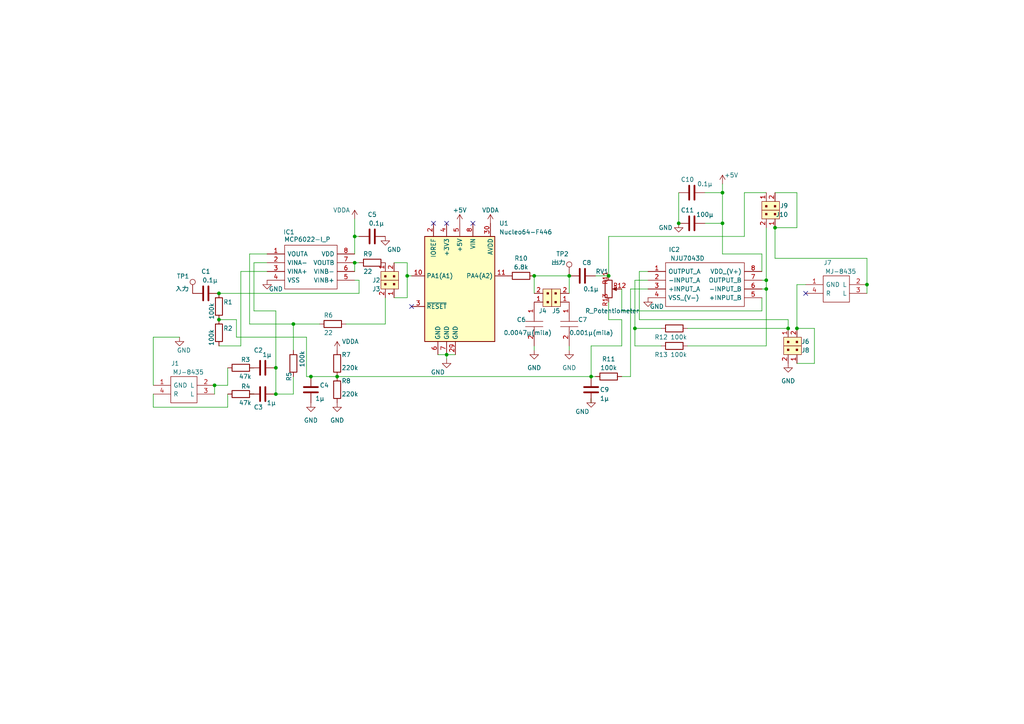
<source format=kicad_sch>
(kicad_sch (version 20211123) (generator eeschema)
  (paper "A4")
  (lib_symbols
    (symbol "Connector:TestPoint" (pin_numbers hide) (pin_names (offset 0.762) hide)
      (property "Reference" "TP" (at 0 6.858 0))
      (property "Value" "TestPoint" (at 0 5.08 0))
      (symbol "TestPoint_0_1"
        (circle (center 0 3.302) (radius 0.762))
      )
      (symbol "TestPoint_1_1"
        (pin passive line (at 0 0 90) (length 2.54) (name "1") (number "1"))
      )
    )
    (symbol "Device:C" (pin_numbers hide) (pin_names (offset 0.254))
      (property "Reference" "C" (at 0.635 2.54 0))
      (property "Value" "C" (at 0.635 -2.54 0))
      (symbol "C_0_1"
        (polyline (pts (xy -2.032 -0.762) (xy 2.032 -0.762)) (stroke (width 0.508)))
        (polyline (pts (xy -2.032 0.762) (xy 2.032 0.762)) (stroke (width 0.508)))
      )
      (symbol "C_1_1"
        (pin passive line (at 0 3.81 270) (length 2.794) (name "~") (number "1"))
        (pin passive line (at 0 -3.81 90) (length 2.794) (name "~") (number "2"))
      )
    )
    (symbol "Device:R" (pin_numbers hide) (pin_names (offset 0))
      (property "Reference" "R" (at 2.032 0 90))
      (property "Value" "R" (at 0 0 90))
      (symbol "R_0_1"
        (rectangle (start -1.016 -2.54) (end 1.016 2.54) (stroke (width 0.254)))
      )
      (symbol "R_1_1"
        (pin passive line (at 0 3.81 270) (length 1.27) (name "~") (number "1"))
        (pin passive line (at 0 -3.81 90) (length 1.27) (name "~") (number "2"))
      )
    )
    (symbol "Device:R_Potentiometer" (pin_names (offset 1.016) hide)
      (property "Reference" "RV1" (at 0 5.08 0))
      (property "Value" "R_Potentiometer" (at 8.89 -6.35 0))
      (symbol "R_Potentiometer_0_1"
        (polyline (pts (xy 2.54 0) (xy 1.524 0)))
        (polyline (pts (xy 1.143 0) (xy 2.286 0.508) (xy 2.286 -0.508) (xy 1.143 0)) (fill (type outline)))
        (rectangle (start 1.016 2.54) (end -1.016 -2.54) (stroke (width 0.254)))
      )
      (symbol "R_Potentiometer_1_1"
        (pin passive line (at 0 3.81 270) (length 1.27) (name "1") (number "R11"))
        (pin passive line (at 3.81 0 180) (length 1.27) (name "2") (number "R12"))
        (pin passive line (at 0 -3.81 90) (length 1.27) (name "3") (number "R13"))
      )
    )
    (symbol "SamacSys_Parts:ECQUBAF332MA" (pin_names (offset 0.762))
      (property "Reference" "C" (at 8.89 6.35 0))
      (property "Value" "ECQUBAF332MA" (at 8.89 3.81 0))
      (symbol "ECQUBAF332MA_0_0"
        (pin passive line (at 0 0 0) (length 5.08) (name "~") (number "1"))
        (pin passive line (at 12.7 0 180) (length 5.08) (name "~") (number "2"))
      )
      (symbol "ECQUBAF332MA_0_1"
        (polyline (pts (xy 5.08 0) (xy 5.588 0)) (stroke (width 0.1524)))
        (polyline (pts (xy 5.588 2.54) (xy 5.588 -2.54)) (stroke (width 0.1524)))
        (polyline (pts (xy 7.112 0) (xy 7.62 0)) (stroke (width 0.1524)))
        (polyline (pts (xy 7.112 2.54) (xy 7.112 -2.54)) (stroke (width 0.1524)))
      )
    )
    (symbol "SamacSys_Parts:MCP6022-I_P" (pin_names (offset 0.762))
      (property "Reference" "IC1" (at 15.24 7.62 0))
      (property "Value" "MCP6022-I_P" (at 15.24 5.08 0))
      (symbol "MCP6022-I_P_0_0"
        (pin passive line (at 5.08 0 0) (length 5.08) (name "VOUTA") (number "1"))
        (pin passive line (at 5.08 -2.54 0) (length 5.08) (name "VINA-") (number "2"))
        (pin passive line (at 5.08 -5.08 0) (length 5.08) (name "VINA+") (number "3"))
        (pin passive line (at 5.08 -7.62 0) (length 5.08) (name "VSS") (number "4"))
        (pin passive line (at 30.48 -7.62 180) (length 5.08) (name "VINB+") (number "5"))
        (pin passive line (at 30.48 -5.08 180) (length 5.08) (name "VINB-") (number "6"))
        (pin passive line (at 30.48 -2.54 180) (length 5.08) (name "VOUTB") (number "7"))
        (pin passive line (at 30.48 0 180) (length 5.08) (name "VDD") (number "8"))
      )
      (symbol "MCP6022-I_P_0_1"
        (polyline (pts (xy 10.16 2.54) (xy 25.4 2.54) (xy 25.4 -10.16) (xy 10.16 -10.16) (xy 10.16 2.54)) (stroke (width 0.1524)))
      )
    )
    (symbol "SamacSys_Parts:MJ-8435" (pin_names (offset 0.762))
      (property "Reference" "J?" (at 11.43 7.62 0))
      (property "Value" "MJ-8435" (at 15.24 3.81 0))
      (symbol "MJ-8435_0_0"
        (pin passive line (at 5.08 0 0) (length 5.08) (name "GND") (number "1"))
        (pin passive line (at 22.86 0 180) (length 5.08) (name "L") (number "2"))
        (pin passive line (at 22.86 -2.54 180) (length 5.08) (name "L") (number "3"))
        (pin passive line (at 5.08 -2.54 0) (length 5.08) (name "R") (number "4"))
      )
      (symbol "MJ-8435_0_1"
        (polyline (pts (xy 10.16 2.54) (xy 17.78 2.54) (xy 17.78 -5.08) (xy 10.16 -5.08) (xy 10.16 2.54)) (stroke (width 0.1524)))
      )
    )
    (symbol "SamacSys_Parts:NJU7043D" (pin_names (offset 0.762))
      (property "Reference" "IC2" (at 7.62 6.35 0))
      (property "Value" "NJU7043D" (at 11.43 3.81 0))
      (symbol "NJU7043D_0_0"
        (pin passive line (at 0 0 0) (length 5.08) (name "OUTPUT_A") (number "1"))
        (pin passive line (at 0 -2.54 0) (length 5.08) (name "-INPUT_A") (number "2"))
        (pin passive line (at 0 -5.08 0) (length 5.08) (name "+INPUT_A") (number "3"))
        (pin passive line (at 0 -7.62 0) (length 5.08) (name "VSS_(V-)") (number "4"))
        (pin passive line (at 33.02 -7.62 180) (length 5.08) (name "+INPUT_B") (number "5"))
        (pin passive line (at 33.02 -5.08 180) (length 5.08) (name "-INPUT_B") (number "6"))
        (pin passive line (at 33.02 -2.54 180) (length 5.08) (name "OUTPUT_B") (number "7"))
        (pin passive line (at 33.02 0 180) (length 5.08) (name "VDD_(V+)") (number "8"))
      )
      (symbol "NJU7043D_0_1"
        (polyline (pts (xy 5.08 2.54) (xy 27.94 2.54) (xy 27.94 -10.16) (xy 5.08 -10.16) (xy 5.08 2.54)) (stroke (width 0.1524)))
      )
    )
    (symbol "dk_Rectangular-Connectors-Headers-Male-Pins:22-23-2021" (pin_names (offset 1.016))
      (property "Reference" "J" (at -2.54 1.27 0))
      (property "Value" "22-23-2021" (at 1.27 -3.81 0))
      (symbol "22-23-2021_1_1"
        (rectangle (start -1.27 0) (end 3.81 -2.54) (fill (type background)))
        (rectangle (start -0.254 -1.143) (end 0.254 -1.651) (fill (type outline)))
        (rectangle (start 2.286 -1.143) (end 2.794 -1.651) (fill (type outline)))
        (pin passive line (at 0 2.54 270) (length 2.54) (name "~") (number "1"))
        (pin passive line (at 2.54 2.54 270) (length 2.54) (name "~") (number "2"))
      )
    )
    (symbol "my_Library:Nucleo64-F446"
      (property "Reference" "U1" (at -1.27 50.8 0))
      (property "Value" "Nucleo64-F446" (at -1.27 48.26 0))
      (symbol "Nucleo64-F446_0_1"
        (rectangle (start -22.86 46.99) (end -2.54 16.51) (stroke (width 0.254)) (fill (type background)))
      )
      (symbol "Nucleo64-F446_1_1"
        (pin bidirectional line (at -26.67 35.56 0) (length 3.81) (name "PA1(A1)") (number "10"))
        (pin bidirectional line (at 1.27 35.56 180) (length 3.81) (name "PA4(A2)") (number "11"))
        (pin passive line (at -20.32 50.8 270) (length 3.81) (name "IOREF") (number "2"))
        (pin free line (at -13.97 12.7 90) (length 3.81) (name "GND") (number "29"))
        (pin input line (at -26.67 26.67 0) (length 3.81) (name "~{RESET}") (number "3"))
        (pin power_in line (at -3.81 50.8 270) (length 3.81) (name "AVDD") (number "30"))
        (pin free line (at -16.51 50.8 270) (length 3.81) (name "+3V3") (number "4"))
        (pin free line (at -12.7 50.8 270) (length 3.81) (name "+5V") (number "5"))
        (pin free line (at -19.05 12.7 90) (length 3.81) (name "GND") (number "6"))
        (pin free line (at -16.51 12.7 90) (length 3.81) (name "GND") (number "7"))
        (pin power_in line (at -8.89 50.8 270) (length 3.81) (name "VIN") (number "8"))
      )
    )
    (symbol "power:+5V" (power) (pin_names (offset 0))
      (property "Value" "+5V" (at 0 3.556 0))
      (symbol "+5V_0_1"
        (polyline (pts (xy -0.762 1.27) (xy 0 2.54)))
        (polyline (pts (xy 0 0) (xy 0 2.54)))
        (polyline (pts (xy 0 2.54) (xy 0.762 1.27)))
      )
      (symbol "+5V_1_1"
        (pin power_in line (at 0 0 90) (length 0) hide (name "+5V") (number "1"))
      )
    )
    (symbol "power:GND" (power) (pin_names (offset 0))
      (property "Value" "GND" (at 0 -3.81 0))
      (symbol "GND_0_1"
        (polyline (pts (xy 0 0) (xy 0 -1.27) (xy 1.27 -1.27) (xy 0 -2.54) (xy -1.27 -1.27) (xy 0 -1.27)))
      )
      (symbol "GND_1_1"
        (pin power_in line (at 0 0 270) (length 0) hide (name "GND") (number "1"))
      )
    )
    (symbol "power:VDDA" (power) (pin_names (offset 0))
      (property "Value" "VDDA" (at 0 3.81 0))
      (symbol "VDDA_0_1"
        (polyline (pts (xy -0.762 1.27) (xy 0 2.54)))
        (polyline (pts (xy 0 0) (xy 0 2.54)))
        (polyline (pts (xy 0 2.54) (xy 0.762 1.27)))
      )
      (symbol "VDDA_1_1"
        (pin power_in line (at 0 0 90) (length 0) hide (name "VDDA") (number "1"))
      )
    )
  )
  (junction (at 129.54 102.87))
  (junction (at 102.87 68.58))
  (junction (at 154.94 80.01))
  (junction (at 209.55 55.88))
  (junction (at 97.79 109.22))
  (junction (at 228.6 95.25))
  (junction (at 80.01 106.68))
  (junction (at 165.1 80.01))
  (junction (at 184.15 95.25))
  (junction (at 63.5 92.71))
  (junction (at 222.25 83.82))
  (junction (at 90.17 109.22))
  (junction (at 118.11 80.01))
  (junction (at 224.79 66.04))
  (junction (at 85.09 93.98))
  (junction (at 171.45 109.22))
  (junction (at 176.53 80.01))
  (junction (at 231.14 95.25))
  (junction (at 209.55 64.77))
  (junction (at 102.87 76.2))
  (junction (at 222.25 81.28))
  (junction (at 80.01 114.3))
  (junction (at 251.46 82.55))
  (junction (at 63.5 85.09))
  (junction (at 196.85 64.77))
  (junction (at 62.23 111.76))
  (no_connect (at 233.68 85.09))
  (no_connect (at 119.38 88.9))
  (no_connect (at 129.54 64.77))
  (no_connect (at 125.73 64.77))
  (no_connect (at 137.16 64.77))
  (wire (pts (xy 236.22 95.25) (xy 236.22 105.41)))
  (wire (pts (xy 102.87 78.74) (xy 102.87 76.2)))
  (wire (pts (xy 228.6 92.71) (xy 185.42 92.71)))
  (wire (pts (xy 220.98 90.17) (xy 220.98 86.36)))
  (wire (pts (xy 215.9 55.88) (xy 215.9 68.58)))
  (wire (pts (xy 220.98 83.82) (xy 222.25 83.82)))
  (wire (pts (xy 44.45 114.3) (xy 44.45 118.11)))
  (wire (pts (xy 129.54 102.87) (xy 129.54 104.14)))
  (wire (pts (xy 204.47 55.88) (xy 209.55 55.88)))
  (wire (pts (xy 199.39 100.33) (xy 222.25 100.33)))
  (wire (pts (xy 154.94 80.01) (xy 154.94 85.09)))
  (wire (pts (xy 231.14 95.25) (xy 236.22 95.25)))
  (wire (pts (xy 171.45 100.33) (xy 171.45 109.22)))
  (wire (pts (xy 224.79 66.04) (xy 224.79 74.93)))
  (wire (pts (xy 176.53 92.71) (xy 180.34 92.71)))
  (wire (pts (xy 180.34 109.22) (xy 182.88 109.22)))
  (wire (pts (xy 68.58 97.79) (xy 88.9 97.79)))
  (wire (pts (xy 185.42 92.71) (xy 185.42 78.74)))
  (wire (pts (xy 73.66 76.2) (xy 77.47 76.2)))
  (wire (pts (xy 68.58 92.71) (xy 68.58 97.79)))
  (wire (pts (xy 118.11 80.01) (xy 119.38 80.01)))
  (wire (pts (xy 80.01 106.68) (xy 80.01 90.17)))
  (wire (pts (xy 196.85 55.88) (xy 196.85 64.77)))
  (wire (pts (xy 97.79 109.22) (xy 171.45 109.22)))
  (wire (pts (xy 111.76 93.98) (xy 111.76 86.36)))
  (wire (pts (xy 228.6 95.25) (xy 228.6 92.71)))
  (wire (pts (xy 184.15 100.33) (xy 191.77 100.33)))
  (wire (pts (xy 184.15 95.25) (xy 184.15 100.33)))
  (wire (pts (xy 209.55 55.88) (xy 209.55 64.77)))
  (wire (pts (xy 180.34 92.71) (xy 180.34 100.33)))
  (wire (pts (xy 199.39 95.25) (xy 228.6 95.25)))
  (wire (pts (xy 114.3 86.36) (xy 118.11 86.36)))
  (wire (pts (xy 222.25 66.04) (xy 222.25 81.28)))
  (wire (pts (xy 66.04 111.76) (xy 62.23 111.76)))
  (wire (pts (xy 69.85 100.33) (xy 69.85 78.74)))
  (wire (pts (xy 44.45 118.11) (xy 66.04 118.11)))
  (wire (pts (xy 209.55 73.66) (xy 220.98 73.66)))
  (wire (pts (xy 171.45 115.57) (xy 171.45 116.84)))
  (wire (pts (xy 222.25 100.33) (xy 222.25 83.82)))
  (wire (pts (xy 102.87 76.2) (xy 104.14 76.2)))
  (wire (pts (xy 77.47 73.66) (xy 72.39 73.66)))
  (wire (pts (xy 66.04 106.68) (xy 66.04 111.76)))
  (wire (pts (xy 118.11 76.2) (xy 118.11 80.01)))
  (wire (pts (xy 88.9 97.79) (xy 88.9 109.22)))
  (wire (pts (xy 154.94 101.6) (xy 154.94 100.33)))
  (wire (pts (xy 165.1 101.6) (xy 165.1 100.33)))
  (wire (pts (xy 72.39 93.98) (xy 85.09 93.98)))
  (wire (pts (xy 72.39 73.66) (xy 72.39 93.98)))
  (wire (pts (xy 180.34 100.33) (xy 171.45 100.33)))
  (wire (pts (xy 180.34 90.17) (xy 220.98 90.17)))
  (wire (pts (xy 154.94 80.01) (xy 165.1 80.01)))
  (wire (pts (xy 44.45 97.79) (xy 44.45 111.76)))
  (wire (pts (xy 172.72 80.01) (xy 176.53 80.01)))
  (wire (pts (xy 85.09 93.98) (xy 92.71 93.98)))
  (wire (pts (xy 118.11 80.01) (xy 118.11 86.36)))
  (wire (pts (xy 209.55 64.77) (xy 209.55 73.66)))
  (wire (pts (xy 69.85 78.74) (xy 77.47 78.74)))
  (wire (pts (xy 66.04 118.11) (xy 66.04 114.3)))
  (wire (pts (xy 102.87 63.5) (xy 102.87 68.58)))
  (wire (pts (xy 73.66 106.68) (xy 72.39 106.68)))
  (wire (pts (xy 251.46 82.55) (xy 251.46 85.09)))
  (wire (pts (xy 80.01 90.17) (xy 73.66 90.17)))
  (wire (pts (xy 114.3 76.2) (xy 118.11 76.2)))
  (wire (pts (xy 176.53 68.58) (xy 215.9 68.58)))
  (wire (pts (xy 100.33 93.98) (xy 111.76 93.98)))
  (wire (pts (xy 44.45 97.79) (xy 52.07 97.79)))
  (wire (pts (xy 231.14 55.88) (xy 231.14 66.04)))
  (wire (pts (xy 73.66 114.3) (xy 72.39 114.3)))
  (wire (pts (xy 102.87 68.58) (xy 102.87 73.66)))
  (wire (pts (xy 62.23 111.76) (xy 62.23 114.3)))
  (wire (pts (xy 73.66 90.17) (xy 73.66 76.2)))
  (wire (pts (xy 220.98 81.28) (xy 222.25 81.28)))
  (wire (pts (xy 90.17 109.22) (xy 97.79 109.22)))
  (wire (pts (xy 184.15 81.28) (xy 184.15 95.25)))
  (wire (pts (xy 85.09 93.98) (xy 85.09 101.6)))
  (wire (pts (xy 176.53 87.63) (xy 176.53 92.71)))
  (wire (pts (xy 231.14 82.55) (xy 233.68 82.55)))
  (wire (pts (xy 182.88 83.82) (xy 182.88 109.22)))
  (wire (pts (xy 165.1 80.01) (xy 165.1 85.09)))
  (wire (pts (xy 224.79 55.88) (xy 231.14 55.88)))
  (wire (pts (xy 171.45 109.22) (xy 172.72 109.22)))
  (wire (pts (xy 231.14 105.41) (xy 236.22 105.41)))
  (wire (pts (xy 104.14 81.28) (xy 104.14 85.09)))
  (wire (pts (xy 85.09 109.22) (xy 85.09 114.3)))
  (wire (pts (xy 231.14 82.55) (xy 231.14 95.25)))
  (wire (pts (xy 180.34 83.82) (xy 180.34 90.17)))
  (wire (pts (xy 209.55 53.34) (xy 209.55 55.88)))
  (wire (pts (xy 220.98 78.74) (xy 220.98 73.66)))
  (wire (pts (xy 88.9 109.22) (xy 90.17 109.22)))
  (wire (pts (xy 63.5 92.71) (xy 68.58 92.71)))
  (wire (pts (xy 224.79 74.93) (xy 251.46 74.93)))
  (wire (pts (xy 215.9 55.88) (xy 222.25 55.88)))
  (wire (pts (xy 176.53 80.01) (xy 176.53 68.58)))
  (wire (pts (xy 102.87 81.28) (xy 104.14 81.28)))
  (wire (pts (xy 204.47 64.77) (xy 209.55 64.77)))
  (wire (pts (xy 80.01 114.3) (xy 85.09 114.3)))
  (wire (pts (xy 63.5 85.09) (xy 104.14 85.09)))
  (wire (pts (xy 129.54 102.87) (xy 132.08 102.87)))
  (wire (pts (xy 63.5 100.33) (xy 69.85 100.33)))
  (wire (pts (xy 102.87 68.58) (xy 104.14 68.58)))
  (wire (pts (xy 222.25 83.82) (xy 222.25 81.28)))
  (wire (pts (xy 184.15 95.25) (xy 191.77 95.25)))
  (wire (pts (xy 80.01 106.68) (xy 80.01 114.3)))
  (wire (pts (xy 127 102.87) (xy 129.54 102.87)))
  (wire (pts (xy 185.42 78.74) (xy 187.96 78.74)))
  (wire (pts (xy 251.46 74.93) (xy 251.46 82.55)))
  (wire (pts (xy 182.88 83.82) (xy 187.96 83.82)))
  (wire (pts (xy 187.96 81.28) (xy 184.15 81.28)))
  (wire (pts (xy 224.79 66.04) (xy 231.14 66.04)))
  (symbol (lib_id "Device:R") (at 69.85 114.3 90) (unit 1)
    (property "Reference" "R4" (at 71.2946 112.0668 90))
    (property "Value" "47k" (at 71.12 116.84 90))
    (property "Footprint" "Resistor_THT:R_Axial_DIN0207_L6.3mm_D2.5mm_P7.62mm_Horizontal" (effects hide))
  )
  (symbol (lib_id "SamacSys_Parts:MJ-8435") (at 228.6 82.55 0) (unit 1)
    (property "Reference" "J7" (at 240.03 76.2 0))
    (property "Value" "MJ-8435" (at 243.84 78.74 0))
    (property "Footprint" "RScomponents:MJ-8435" (effects hide))
    (property "Datasheet" "http://akizukidenshi.com/download/ds/marushin/mj8435.pdf" (effects hide))
    (property "Description" "3.5 earphone jack" (effects hide))
    (property "Manufacturer_Name" "Marushin Electric" (effects hide))
    (property "Manufacturer_Part_Number" "MJ-8435" (effects hide))
  )
  (symbol (lib_id "power:GND") (at 97.79 116.84 0) (unit 1)
    (property "Reference" "#PWR05" (effects hide))
    (property "Value" "GND" (at 97.79 121.92 0))
  )
  (symbol (lib_id "power:GND") (at 165.1 101.6 0) (unit 1)
    (property "Reference" "#PWR011" (effects hide))
    (property "Value" "GND" (at 165.1 106.68 0))
  )
  (symbol (lib_id "SamacSys_Parts:MCP6022-I_P") (at 72.39 73.66 0) (unit 1)
    (property "Reference" "IC1" (at 83.82 67.31 0))
    (property "Value" "MCP6022-I_P" (at 89.1478 69.4418 0))
    (property "Footprint" "RScomponents:DIP794W56P254L946H432Q8N" (effects hide))
    (property "Datasheet" "http://uk.rs-online.com/web/p/products/0403064" (effects hide))
    (property "Description" "Microchip MCP6022-I/P, Dual Op Amp, 10MHz Rail-Rail, 8-Pin PDIP" (effects hide))
    (property "Height" "4.32" (effects hide))
    (property "RS Part Number" "0403064" (effects hide))
    (property "RS Price/Stock" "http://uk.rs-online.com/web/p/products/0403064" (effects hide))
    (property "Manufacturer_Name" "Microchip" (effects hide))
    (property "Manufacturer_Part_Number" "MCP6022-I/P" (effects hide))
    (property "Allied_Number" "70046679" (effects hide))
  )
  (symbol (lib_id "power:VDDA") (at 97.79 101.6 0) (unit 1)
    (property "Reference" "#PWR04" (effects hide))
    (property "Value" "VDDA" (at 101.6 99.06 0))
  )
  (symbol (lib_id "Device:R") (at 195.58 100.33 270) (unit 1)
    (property "Reference" "R13" (at 191.77 102.87 90))
    (property "Value" "100k" (at 196.85 102.87 90))
    (property "Footprint" "Resistor_THT:R_Axial_DIN0207_L6.3mm_D2.5mm_P7.62mm_Horizontal" (effects hide))
  )
  (symbol (lib_id "Connector:TestPoint") (at 55.88 85.09 0) (unit 1)
    (property "Reference" "TP1" (at 51.2426 80.1349 0) (effects (justify left)))
    (property "Value" "入力" (at 50.8 83.82 0) (effects (justify left)))
    (property "Footprint" "TestPoint:TestPoint_Loop_D2.50mm_Drill1.0mm" (effects hide))
  )
  (symbol (lib_id "dk_Rectangular-Connectors-Headers-Male-Pins:22-23-2021") (at 222.25 58.42 0) (unit 1)
    (property "Reference" "J9" (at 228.6 59.69 0) (effects (justify right)))
    (property "Value" "22-23-2021" (effects hide))
    (property "Footprint" "digikey-footprints:PinHeader_1x2_P2.54mm_Drill1.02mm" (effects hide))
    (property "Datasheet" "https://media.digikey.com/pdf/Data%20Sheets/Molex%20PDFs/A-6373-N_Series_Dwg_2010-12-03.pdf" (effects hide))
    (property "Digi-Key_PN" "WM4200-ND" (effects hide))
    (property "MPN" "22-23-2021" (effects hide))
    (property "Category" "Connectors, Interconnects" (effects hide))
    (property "Family" "Rectangular Connectors - Headers, Male Pins" (effects hide))
    (property "DK_Datasheet_Link" "https://media.digikey.com/pdf/Data%20Sheets/Molex%20PDFs/A-6373-N_Series_Dwg_2010-12-03.pdf" (effects hide))
    (property "DK_Detail_Page" "/product-detail/en/molex/22-23-2021/WM4200-ND/26667" (effects hide))
    (property "Description" "CONN HEADER VERT 2POS 2.54MM" (effects hide))
    (property "Manufacturer" "Molex" (effects hide))
    (property "Status" "Active" (effects hide))
  )
  (symbol (lib_id "Device:C") (at 168.91 80.01 90) (unit 1)
    (property "Reference" "C8" (at 170.18 76.2 90))
    (property "Value" "0.1μ" (at 171.45 83.82 90))
    (property "Footprint" "Capacitor_THT:C_Disc_D4.7mm_W2.5mm_P5.00mm" (effects hide))
  )
  (symbol (lib_id "Device:C") (at 200.66 55.88 90) (unit 1)
    (property "Reference" "C10" (at 199.39 52.07 90))
    (property "Value" "0.1μ" (at 204.47 53.34 90))
    (property "Footprint" "Capacitor_THT:C_Disc_D4.7mm_W2.5mm_P5.00mm" (effects hide))
  )
  (symbol (lib_id "dk_Rectangular-Connectors-Headers-Male-Pins:22-23-2021") (at 224.79 63.5 180) (unit 1)
    (property "Reference" "J10" (at 228.6 62.23 0) (effects (justify left)))
    (property "Value" "22-23-2021" (effects hide))
    (property "Footprint" "digikey-footprints:PinHeader_1x2_P2.54mm_Drill1.02mm" (effects hide))
    (property "Datasheet" "https://media.digikey.com/pdf/Data%20Sheets/Molex%20PDFs/A-6373-N_Series_Dwg_2010-12-03.pdf" (effects hide))
    (property "Digi-Key_PN" "WM4200-ND" (effects hide))
    (property "MPN" "22-23-2021" (effects hide))
    (property "Category" "Connectors, Interconnects" (effects hide))
    (property "Family" "Rectangular Connectors - Headers, Male Pins" (effects hide))
    (property "DK_Datasheet_Link" "https://media.digikey.com/pdf/Data%20Sheets/Molex%20PDFs/A-6373-N_Series_Dwg_2010-12-03.pdf" (effects hide))
    (property "DK_Detail_Page" "/product-detail/en/molex/22-23-2021/WM4200-ND/26667" (effects hide))
    (property "Description" "CONN HEADER VERT 2POS 2.54MM" (effects hide))
    (property "Manufacturer" "Molex" (effects hide))
    (property "Status" "Active" (effects hide))
  )
  (symbol (lib_id "Device:R") (at 176.53 109.22 90) (unit 1)
    (property "Reference" "R11" (at 176.53 104.14 90))
    (property "Value" "100k" (at 176.53 106.68 90))
    (property "Footprint" "Resistor_THT:R_Axial_DIN0207_L6.3mm_D2.5mm_P7.62mm_Horizontal" (effects hide))
  )
  (symbol (lib_id "SamacSys_Parts:ECQUBAF332MA") (at 165.1 87.63 270) (unit 1)
    (property "Reference" "C7" (at 167.64 92.71 90) (effects (justify left)))
    (property "Value" "0.001μ(mila)" (at 165.1 96.52 90) (effects (justify left)))
    (property "Footprint" "RScomponents:ECQUBAF332MA" (effects hide))
    (property "Datasheet" "https://industrial.panasonic.com/cdbs/www-data/pdf/RDI0000/ast-ind-127757.pdf" (effects hide))
    (property "Description" "Metallized Polypropylene Film Capacitor MPP, 0.0033uF +/-20%, 300V, -40 to 110C, (15.3X5X11.5)" (effects hide))
    (property "Height" "12" (effects hide))
    (property "Manufacturer_Name" "Panasonic" (effects hide))
    (property "Manufacturer_Part_Number" "ECQUBAF332MA" (effects hide))
  )
  (symbol (lib_id "Device:R_Potentiometer") (at 176.53 83.82 0) (unit 1)
    (property "Reference" "RV1" (at 176.53 78.74 0) (effects (justify right)))
    (property "Value" "R_Potentiometer" (at 185.42 90.17 0) (effects (justify right)))
    (property "Footprint" "RScomponents:RK097221004C" (effects hide))
  )
  (symbol (lib_id "Device:R") (at 63.5 88.9 0) (unit 1)
    (property "Reference" "R1" (at 64.77 87.63 0) (effects (justify left)))
    (property "Value" "100k" (at 61.3735 92.695 90) (effects (justify left)))
    (property "Footprint" "Resistor_THT:R_Axial_DIN0207_L6.3mm_D2.5mm_P7.62mm_Horizontal" (effects hide))
  )
  (symbol (lib_id "Device:C") (at 76.2 106.68 90) (unit 1)
    (property "Reference" "C2" (at 74.93 101.6 90))
    (property "Value" "1μ" (at 77.47 102.87 90))
    (property "Footprint" "Capacitor_THT:C_Disc_D4.7mm_W2.5mm_P5.00mm" (effects hide))
  )
  (symbol (lib_id "Device:R") (at 63.5 96.52 0) (unit 1)
    (property "Reference" "R2" (at 64.77 95.25 0) (effects (justify left)))
    (property "Value" "100k" (at 61.3218 100.3449 90) (effects (justify left)))
    (property "Footprint" "Resistor_THT:R_Axial_DIN0207_L6.3mm_D2.5mm_P7.62mm_Horizontal" (effects hide))
  )
  (symbol (lib_id "power:GND") (at 77.47 81.28 0) (unit 1)
    (property "Reference" "#PWR02" (effects hide))
    (property "Value" "GND" (at 80.01 83.82 0))
  )
  (symbol (lib_id "Device:R") (at 151.13 80.01 90) (unit 1)
    (property "Reference" "R10" (at 151.13 74.93 90))
    (property "Value" "6.8k" (at 151.13 77.47 90))
    (property "Footprint" "Resistor_THT:R_Axial_DIN0207_L6.3mm_D2.5mm_P7.62mm_Horizontal" (effects hide))
  )
  (symbol (lib_id "SamacSys_Parts:ECQUBAF332MA") (at 154.94 87.63 270) (unit 1)
    (property "Reference" "C6" (at 149.86 92.71 90) (effects (justify left)))
    (property "Value" "0.0047μ(mila)" (at 146.05 96.52 90) (effects (justify left)))
    (property "Footprint" "RScomponents:ECQUBAF332MA" (effects hide))
    (property "Datasheet" "https://industrial.panasonic.com/cdbs/www-data/pdf/RDI0000/ast-ind-127757.pdf" (effects hide))
    (property "Description" "Metallized Polypropylene Film Capacitor MPP, 0.0033uF +/-20%, 300V, -40 to 110C, (15.3X5X11.5)" (effects hide))
    (property "Height" "12" (effects hide))
    (property "Manufacturer_Name" "Panasonic" (effects hide))
    (property "Manufacturer_Part_Number" "ECQUBAF332MA" (effects hide))
  )
  (symbol (lib_id "SamacSys_Parts:MJ-8435") (at 39.37 111.76 0) (unit 1)
    (property "Reference" "J1" (at 50.8 105.41 0))
    (property "Value" "MJ-8435" (at 54.61 107.95 0))
    (property "Footprint" "RScomponents:MJ-8435" (effects hide))
    (property "Datasheet" "http://akizukidenshi.com/download/ds/marushin/mj8435.pdf" (effects hide))
    (property "Description" "3.5 earphone jack" (effects hide))
    (property "Manufacturer_Name" "Marushin Electric" (effects hide))
    (property "Manufacturer_Part_Number" "MJ-8435" (effects hide))
  )
  (symbol (lib_id "power:VDDA") (at 102.87 63.5 0) (unit 1)
    (property "Reference" "#PWR06" (effects hide))
    (property "Value" "VDDA" (at 99.06 60.96 0))
  )
  (symbol (lib_id "power:+5V") (at 133.35 64.77 0) (unit 1)
    (property "Reference" "#PWR0101" (effects hide))
    (property "Value" "+5V" (at 133.35 60.96 0))
  )
  (symbol (lib_id "power:GND") (at 90.17 116.84 0) (unit 1)
    (property "Reference" "#PWR03" (effects hide))
    (property "Value" "GND" (at 90.17 121.92 0))
  )
  (symbol (lib_id "SamacSys_Parts:NJU7043D") (at 187.96 78.74 0) (unit 1)
    (property "Reference" "IC2" (at 195.58 72.39 0))
    (property "Value" "NJU7043D" (at 199.39 74.93 0))
    (property "Footprint" "RScomponents:DIP762W56P254L880H425Q8N" (effects hide))
    (property "Datasheet" "https://datasheet.datasheetarchive.com/originals/distributors/Datasheets-306/92709.pdf" (effects hide))
    (property "Description" "High Output Current, Rail-to-Rail Input/Output Dual CMOS Operational Amplifier, DIP-8" (effects hide))
    (property "Height" "4.25" (effects hide))
    (property "Manufacturer_Name" "New Japan Radio" (effects hide))
    (property "Manufacturer_Part_Number" "NJU7043D" (effects hide))
    (property "Mouser Part Number" "513-NJU7043D" (effects hide))
    (property "Mouser Price/Stock" "https://www.mouser.co.uk/ProductDetail/NJR/NJU7043D?qs=tXB9JzUoRomD8LXEV8YVKw%3D%3D" (effects hide))
  )
  (symbol (lib_id "power:GND") (at 129.54 104.14 0) (unit 1)
    (property "Reference" "#PWR08" (effects hide))
    (property "Value" "GND" (at 127 107.95 0))
  )
  (symbol (lib_id "dk_Rectangular-Connectors-Headers-Male-Pins:22-23-2021") (at 111.76 78.74 0) (unit 1)
    (property "Reference" "J2" (at 107.95 81.28 0) (effects (justify left)))
    (property "Value" "22-23-2021" (effects hide))
    (property "Footprint" "digikey-footprints:PinHeader_1x2_P2.54mm_Drill1.02mm" (effects hide))
    (property "Datasheet" "https://media.digikey.com/pdf/Data%20Sheets/Molex%20PDFs/A-6373-N_Series_Dwg_2010-12-03.pdf" (effects hide))
    (property "Digi-Key_PN" "WM4200-ND" (effects hide))
    (property "MPN" "22-23-2021" (effects hide))
    (property "Category" "Connectors, Interconnects" (effects hide))
    (property "Family" "Rectangular Connectors - Headers, Male Pins" (effects hide))
    (property "DK_Datasheet_Link" "https://media.digikey.com/pdf/Data%20Sheets/Molex%20PDFs/A-6373-N_Series_Dwg_2010-12-03.pdf" (effects hide))
    (property "DK_Detail_Page" "/product-detail/en/molex/22-23-2021/WM4200-ND/26667" (effects hide))
    (property "Description" "CONN HEADER VERT 2POS 2.54MM" (effects hide))
    (property "Manufacturer" "Molex" (effects hide))
    (property "Status" "Active" (effects hide))
  )
  (symbol (lib_id "Device:R") (at 97.79 113.03 0) (unit 1)
    (property "Reference" "R8" (at 99.06 110.49 0) (effects (justify left)))
    (property "Value" "220k" (at 99.06 114.3 0) (effects (justify left)))
    (property "Footprint" "Resistor_THT:R_Axial_DIN0207_L6.3mm_D2.5mm_P7.62mm_Horizontal" (effects hide))
  )
  (symbol (lib_id "dk_Rectangular-Connectors-Headers-Male-Pins:22-23-2021") (at 162.56 87.63 270) (mirror x) (unit 1)
    (property "Reference" "J5" (at 161.29 90.17 90))
    (property "Value" "22-23-2021" (effects hide))
    (property "Footprint" "digikey-footprints:PinHeader_1x2_P2.54mm_Drill1.02mm" (effects hide))
    (property "Datasheet" "https://media.digikey.com/pdf/Data%20Sheets/Molex%20PDFs/A-6373-N_Series_Dwg_2010-12-03.pdf" (effects hide))
    (property "Digi-Key_PN" "WM4200-ND" (effects hide))
    (property "MPN" "22-23-2021" (effects hide))
    (property "Category" "Connectors, Interconnects" (effects hide))
    (property "Family" "Rectangular Connectors - Headers, Male Pins" (effects hide))
    (property "DK_Datasheet_Link" "https://media.digikey.com/pdf/Data%20Sheets/Molex%20PDFs/A-6373-N_Series_Dwg_2010-12-03.pdf" (effects hide))
    (property "DK_Detail_Page" "/product-detail/en/molex/22-23-2021/WM4200-ND/26667" (effects hide))
    (property "Description" "CONN HEADER VERT 2POS 2.54MM" (effects hide))
    (property "Manufacturer" "Molex" (effects hide))
    (property "Status" "Active" (effects hide))
  )
  (symbol (lib_id "dk_Rectangular-Connectors-Headers-Male-Pins:22-23-2021") (at 231.14 102.87 180) (unit 1)
    (property "Reference" "J8" (at 232.41 101.6 0) (effects (justify right)))
    (property "Value" "22-23-2021" (effects hide))
    (property "Footprint" "digikey-footprints:PinHeader_1x2_P2.54mm_Drill1.02mm" (effects hide))
    (property "Datasheet" "https://media.digikey.com/pdf/Data%20Sheets/Molex%20PDFs/A-6373-N_Series_Dwg_2010-12-03.pdf" (effects hide))
    (property "Digi-Key_PN" "WM4200-ND" (effects hide))
    (property "MPN" "22-23-2021" (effects hide))
    (property "Category" "Connectors, Interconnects" (effects hide))
    (property "Family" "Rectangular Connectors - Headers, Male Pins" (effects hide))
    (property "DK_Datasheet_Link" "https://media.digikey.com/pdf/Data%20Sheets/Molex%20PDFs/A-6373-N_Series_Dwg_2010-12-03.pdf" (effects hide))
    (property "DK_Detail_Page" "/product-detail/en/molex/22-23-2021/WM4200-ND/26667" (effects hide))
    (property "Description" "CONN HEADER VERT 2POS 2.54MM" (effects hide))
    (property "Manufacturer" "Molex" (effects hide))
    (property "Status" "Active" (effects hide))
  )
  (symbol (lib_id "Device:R") (at 69.85 106.68 90) (unit 1)
    (property "Reference" "R3" (at 71.217 104.3136 90))
    (property "Value" "47k" (at 71.12 109.22 90))
    (property "Footprint" "Resistor_THT:R_Axial_DIN0207_L6.3mm_D2.5mm_P7.62mm_Horizontal" (effects hide))
  )
  (symbol (lib_id "Device:C") (at 59.69 85.09 270) (unit 1)
    (property "Reference" "C1" (at 59.69 78.74 90))
    (property "Value" "0.1μ" (at 60.96 81.28 90))
    (property "Footprint" "Capacitor_THT:C_Disc_D4.7mm_W2.5mm_P5.00mm" (effects hide))
  )
  (symbol (lib_id "Device:R") (at 96.52 93.98 270) (unit 1)
    (property "Reference" "R6" (at 95.25 91.44 90))
    (property "Value" "22" (at 95.25 96.52 90))
    (property "Footprint" "Resistor_THT:R_Axial_DIN0207_L6.3mm_D2.5mm_P7.62mm_Horizontal" (effects hide))
  )
  (symbol (lib_id "dk_Rectangular-Connectors-Headers-Male-Pins:22-23-2021") (at 228.6 97.79 0) (unit 1)
    (property "Reference" "J6" (at 232.41 99.06 0) (effects (justify left)))
    (property "Value" "22-23-2021" (effects hide))
    (property "Footprint" "digikey-footprints:PinHeader_1x2_P2.54mm_Drill1.02mm" (effects hide))
    (property "Datasheet" "https://media.digikey.com/pdf/Data%20Sheets/Molex%20PDFs/A-6373-N_Series_Dwg_2010-12-03.pdf" (effects hide))
    (property "Digi-Key_PN" "WM4200-ND" (effects hide))
    (property "MPN" "22-23-2021" (effects hide))
    (property "Category" "Connectors, Interconnects" (effects hide))
    (property "Family" "Rectangular Connectors - Headers, Male Pins" (effects hide))
    (property "DK_Datasheet_Link" "https://media.digikey.com/pdf/Data%20Sheets/Molex%20PDFs/A-6373-N_Series_Dwg_2010-12-03.pdf" (effects hide))
    (property "DK_Detail_Page" "/product-detail/en/molex/22-23-2021/WM4200-ND/26667" (effects hide))
    (property "Description" "CONN HEADER VERT 2POS 2.54MM" (effects hide))
    (property "Manufacturer" "Molex" (effects hide))
    (property "Status" "Active" (effects hide))
  )
  (symbol (lib_id "Device:C") (at 171.45 113.03 180) (unit 1)
    (property "Reference" "C9" (at 173.99 113.03 0) (effects (justify right)))
    (property "Value" "1μ" (at 173.99 115.57 0) (effects (justify right)))
    (property "Footprint" "Capacitor_THT:C_Disc_D4.7mm_W2.5mm_P5.00mm" (effects hide))
  )
  (symbol (lib_id "power:GND") (at 111.76 68.58 0) (unit 1)
    (property "Reference" "#PWR07" (effects hide))
    (property "Value" "GND" (at 114.3 72.39 0))
  )
  (symbol (lib_id "power:GND") (at 228.6 105.41 0) (unit 1)
    (property "Reference" "#PWR016" (effects hide))
    (property "Value" "GND" (at 228.6 110.49 0))
  )
  (symbol (lib_id "power:+5V") (at 209.55 53.34 0) (unit 1)
    (property "Reference" "#PWR015" (effects hide))
    (property "Value" "+5V" (at 212.09 50.8 0))
  )
  (symbol (lib_id "Device:R") (at 107.95 76.2 90) (unit 1)
    (property "Reference" "R9" (at 106.68 73.66 90))
    (property "Value" "22" (at 106.68 78.74 90))
    (property "Footprint" "Resistor_THT:R_Axial_DIN0207_L6.3mm_D2.5mm_P7.62mm_Horizontal" (effects hide))
  )
  (symbol (lib_id "dk_Rectangular-Connectors-Headers-Male-Pins:22-23-2021") (at 157.48 87.63 90) (unit 1)
    (property "Reference" "J4" (at 156.21 90.17 90) (effects (justify right)))
    (property "Value" "22-23-2021" (effects hide))
    (property "Footprint" "digikey-footprints:PinHeader_1x2_P2.54mm_Drill1.02mm" (effects hide))
    (property "Datasheet" "https://media.digikey.com/pdf/Data%20Sheets/Molex%20PDFs/A-6373-N_Series_Dwg_2010-12-03.pdf" (effects hide))
    (property "Digi-Key_PN" "WM4200-ND" (effects hide))
    (property "MPN" "22-23-2021" (effects hide))
    (property "Category" "Connectors, Interconnects" (effects hide))
    (property "Family" "Rectangular Connectors - Headers, Male Pins" (effects hide))
    (property "DK_Datasheet_Link" "https://media.digikey.com/pdf/Data%20Sheets/Molex%20PDFs/A-6373-N_Series_Dwg_2010-12-03.pdf" (effects hide))
    (property "DK_Detail_Page" "/product-detail/en/molex/22-23-2021/WM4200-ND/26667" (effects hide))
    (property "Description" "CONN HEADER VERT 2POS 2.54MM" (effects hide))
    (property "Manufacturer" "Molex" (effects hide))
    (property "Status" "Active" (effects hide))
  )
  (symbol (lib_id "Device:R") (at 195.58 95.25 270) (unit 1)
    (property "Reference" "R12" (at 191.77 97.79 90))
    (property "Value" "100k" (at 196.85 97.79 90))
    (property "Footprint" "Resistor_THT:R_Axial_DIN0207_L6.3mm_D2.5mm_P7.62mm_Horizontal" (effects hide))
  )
  (symbol (lib_id "power:GND") (at 52.07 97.79 0) (unit 1)
    (property "Reference" "#PWR01" (effects hide))
    (property "Value" "GND" (at 53.34 101.6 0))
  )
  (symbol (lib_id "power:GND") (at 154.94 101.6 0) (unit 1)
    (property "Reference" "#PWR010" (effects hide))
    (property "Value" "GND" (at 154.94 106.68 0))
  )
  (symbol (lib_id "power:VDDA") (at 142.24 64.77 0) (unit 1)
    (property "Reference" "#PWR0102" (effects hide))
    (property "Value" "VDDA" (at 142.24 60.96 0))
  )
  (symbol (lib_id "my_Library:Nucleo64-F446") (at 146.05 115.57 0) (unit 1)
    (property "Reference" "U1" (at 144.78 64.77 0) (effects (justify left)))
    (property "Value" "Nucleo64-F446" (at 144.78 67.31 0) (effects (justify left)))
    (property "Footprint" "Library:Arduino_header" (effects hide))
  )
  (symbol (lib_id "power:GND") (at 171.45 115.57 0) (unit 1)
    (property "Reference" "#PWR012" (effects hide))
    (property "Value" "GND" (at 168.91 119.38 0))
  )
  (symbol (lib_id "Connector:TestPoint") (at 165.1 80.01 0) (unit 1)
    (property "Reference" "TP2" (at 161.29 73.66 0) (effects (justify left)))
    (property "Value" "出力" (at 160.02 76.2 0) (effects (justify left)))
    (property "Footprint" "TestPoint:TestPoint_Loop_D2.50mm_Drill1.0mm" (effects hide))
  )
  (symbol (lib_id "Device:C") (at 90.17 113.03 180) (unit 1)
    (property "Reference" "C4" (at 92.71 111.76 0) (effects (justify right)))
    (property "Value" "1μ" (at 91.44 115.57 0) (effects (justify right)))
    (property "Footprint" "Capacitor_THT:C_Disc_D4.7mm_W2.5mm_P5.00mm" (effects hide))
  )
  (symbol (lib_id "Device:C") (at 107.95 68.58 270) (unit 1)
    (property "Reference" "C5" (at 107.95 62.23 90))
    (property "Value" "0.1μ" (at 109.22 64.77 90))
    (property "Footprint" "Capacitor_THT:C_Disc_D4.7mm_W2.5mm_P5.00mm" (effects hide))
  )
  (symbol (lib_id "dk_Rectangular-Connectors-Headers-Male-Pins:22-23-2021") (at 114.3 83.82 180) (unit 1)
    (property "Reference" "J3" (at 107.95 83.82 0) (effects (justify right)))
    (property "Value" "22-23-2021" (effects hide))
    (property "Footprint" "digikey-footprints:PinHeader_1x2_P2.54mm_Drill1.02mm" (effects hide))
    (property "Datasheet" "https://media.digikey.com/pdf/Data%20Sheets/Molex%20PDFs/A-6373-N_Series_Dwg_2010-12-03.pdf" (effects hide))
    (property "Digi-Key_PN" "WM4200-ND" (effects hide))
    (property "MPN" "22-23-2021" (effects hide))
    (property "Category" "Connectors, Interconnects" (effects hide))
    (property "Family" "Rectangular Connectors - Headers, Male Pins" (effects hide))
    (property "DK_Datasheet_Link" "https://media.digikey.com/pdf/Data%20Sheets/Molex%20PDFs/A-6373-N_Series_Dwg_2010-12-03.pdf" (effects hide))
    (property "DK_Detail_Page" "/product-detail/en/molex/22-23-2021/WM4200-ND/26667" (effects hide))
    (property "Description" "CONN HEADER VERT 2POS 2.54MM" (effects hide))
    (property "Manufacturer" "Molex" (effects hide))
    (property "Status" "Active" (effects hide))
  )
  (symbol (lib_id "Device:R") (at 85.09 105.41 180) (unit 1)
    (property "Reference" "R5" (at 83.82 109.22 90))
    (property "Value" "100k" (at 87.63 104.14 90))
    (property "Footprint" "Resistor_THT:R_Axial_DIN0207_L6.3mm_D2.5mm_P7.62mm_Horizontal" (effects hide))
  )
  (symbol (lib_id "power:GND") (at 196.85 64.77 0) (unit 1)
    (property "Reference" "#PWR014" (effects hide))
    (property "Value" "GND" (at 193.04 66.04 0))
  )
  (symbol (lib_id "Device:R") (at 97.79 105.41 0) (unit 1)
    (property "Reference" "R7" (at 99.06 102.87 0) (effects (justify left)))
    (property "Value" "220k" (at 99.06 106.68 0) (effects (justify left)))
    (property "Footprint" "Resistor_THT:R_Axial_DIN0207_L6.3mm_D2.5mm_P7.62mm_Horizontal" (effects hide))
  )
  (symbol (lib_id "Device:C") (at 200.66 64.77 90) (unit 1)
    (property "Reference" "C11" (at 199.39 60.96 90))
    (property "Value" "100μ" (at 204.47 62.23 90))
    (property "Footprint" "Capacitor_THT:C_Disc_D4.7mm_W2.5mm_P5.00mm" (effects hide))
  )
  (symbol (lib_id "power:GND") (at 187.96 86.36 0) (unit 1)
    (property "Reference" "#PWR013" (effects hide))
    (property "Value" "GND" (at 190.5 88.9 0))
  )
  (symbol (lib_id "Device:C") (at 76.2 114.3 90) (unit 1)
    (property "Reference" "C3" (at 74.93 118.11 90))
    (property "Value" "1μ" (at 78.74 116.84 90))
    (property "Footprint" "Capacitor_THT:C_Disc_D4.7mm_W2.5mm_P5.00mm" (effects hide))
  )
)
</source>
